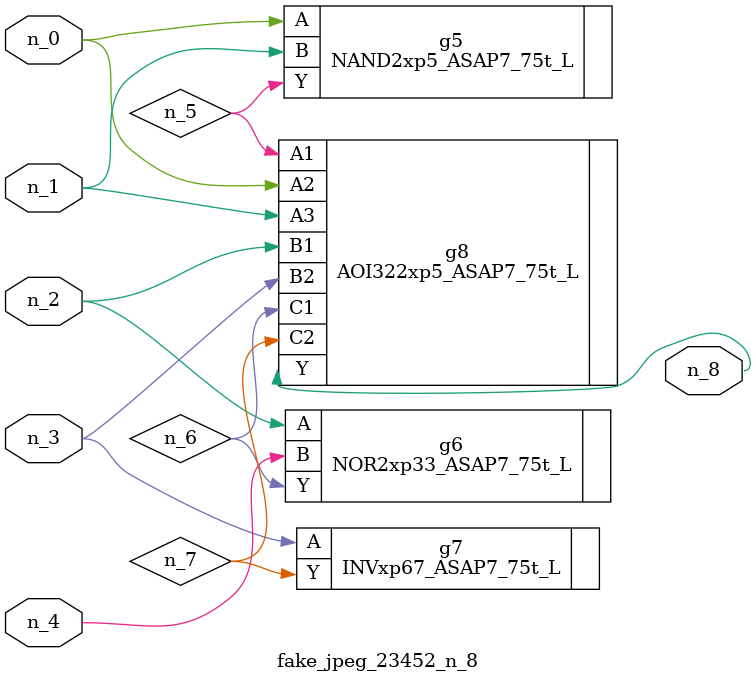
<source format=v>
module fake_jpeg_23452_n_8 (n_3, n_2, n_1, n_0, n_4, n_8);

input n_3;
input n_2;
input n_1;
input n_0;
input n_4;

output n_8;

wire n_6;
wire n_5;
wire n_7;

NAND2xp5_ASAP7_75t_L g5 ( 
.A(n_0),
.B(n_1),
.Y(n_5)
);

NOR2xp33_ASAP7_75t_L g6 ( 
.A(n_2),
.B(n_4),
.Y(n_6)
);

INVxp67_ASAP7_75t_L g7 ( 
.A(n_3),
.Y(n_7)
);

AOI322xp5_ASAP7_75t_L g8 ( 
.A1(n_5),
.A2(n_0),
.A3(n_1),
.B1(n_2),
.B2(n_3),
.C1(n_6),
.C2(n_7),
.Y(n_8)
);


endmodule
</source>
